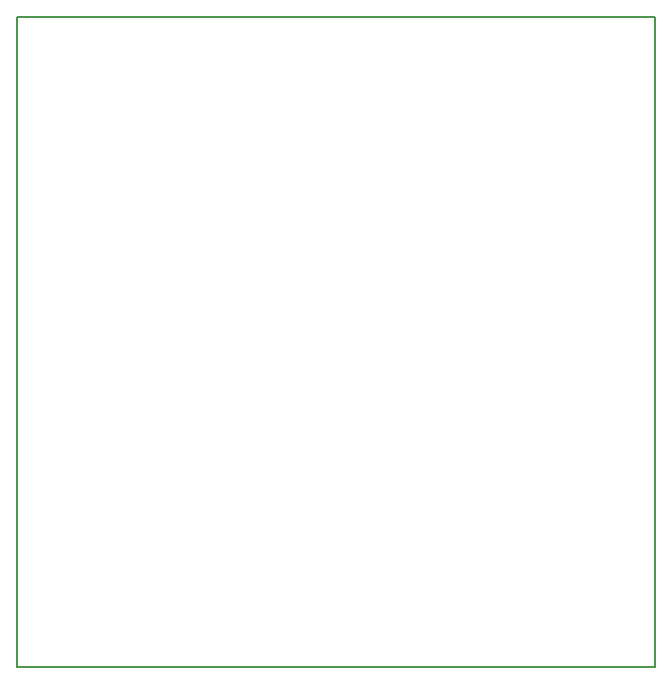
<source format=gm1>
G04 #@! TF.GenerationSoftware,KiCad,Pcbnew,(5.0.0-rc2-dev-482-gf81c77cd4)*
G04 #@! TF.CreationDate,2018-06-29T18:31:05+02:00*
G04 #@! TF.ProjectId,ha_plattform,68615F706C617474666F726D2E6B6963,rev?*
G04 #@! TF.SameCoordinates,Original*
G04 #@! TF.FileFunction,Profile,NP*
%FSLAX46Y46*%
G04 Gerber Fmt 4.6, Leading zero omitted, Abs format (unit mm)*
G04 Created by KiCad (PCBNEW (5.0.0-rc2-dev-482-gf81c77cd4)) date Fri Jun 29 18:31:05 2018*
%MOMM*%
%LPD*%
G01*
G04 APERTURE LIST*
%ADD10C,0.150000*%
G04 APERTURE END LIST*
D10*
X74000000Y-20000000D02*
X74000000Y-75000000D01*
X20000000Y-20000000D02*
X20000000Y-75000000D01*
X20000000Y-20000000D02*
X74000000Y-20000000D01*
X20000000Y-75000000D02*
X74000000Y-75000000D01*
M02*

</source>
